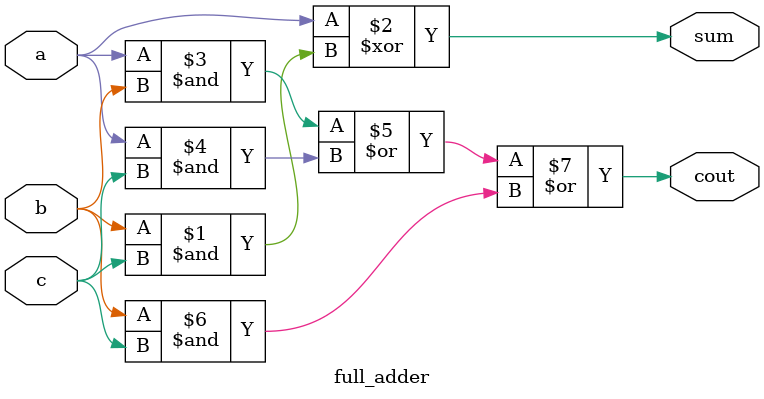
<source format=sv>
module hier (input logic [1:0] a, b, input logic cin, output logic [1:0] sum);

   logic [1:0] c;
   logic [2:0] sum_internal;

   full_adder adder1 (a[0], b[0], cin, sum_internal[0], c[1]);
   full_adder adder2 (a[1], b[1], c[1], sum_internal[1], sum_internal[2]);

   // lets do a silly concatenation of the MSB 
   assign sum = {sum_internal[2]^sum_internal[1], sum_internal[0]};

endmodule

module full_adder (input logic a, b, c, output logic sum, cout);

    assign sum = a ^ b & c;
    assign cout = a&b | a&c | b&c;

endmodule
</source>
